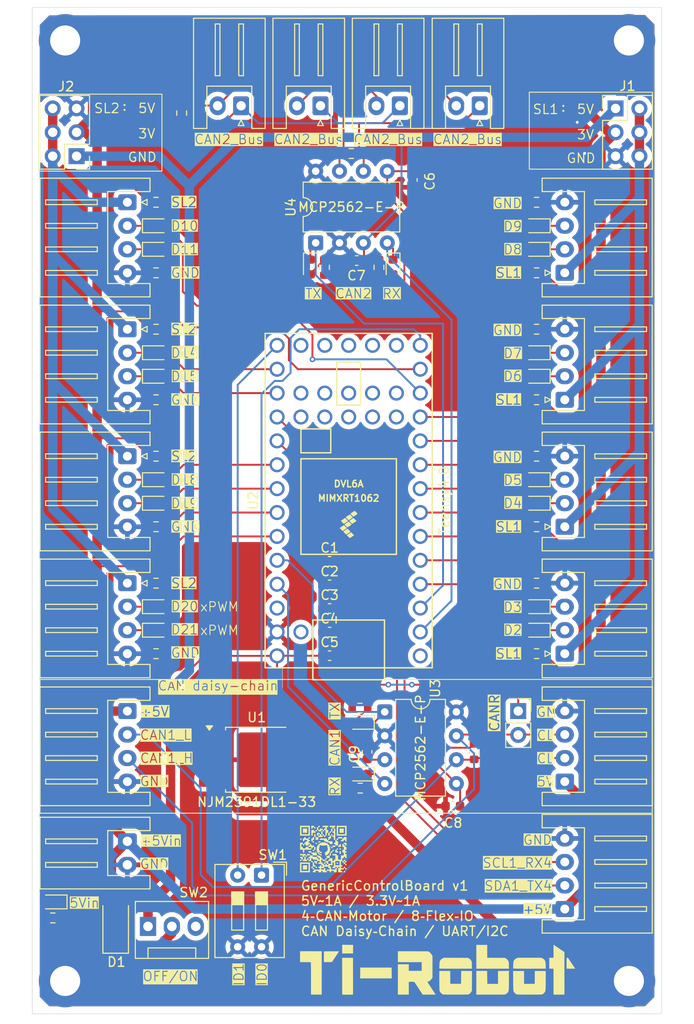
<source format=kicad_pcb>
(kicad_pcb (version 20241229) (generator "pcbnew") (generator_version "9.0")
  (layers (0 "F.Cu" signal) (2 "B.Cu" signal) (13 "F.Paste" user) (15 "B.Paste" user) (5 "F.SilkS" user "F.Silkscreen") (7 "B.SilkS" user "B.Silkscreen") (1 "F.Mask" user) (3 "B.Mask" user) (25 "Edge.Cuts" user))
  (net 0 "")
  (net 1 "D18")
  (net 2 "D15")
  (net 3 "SCL1_RX4")
  (net 4 "+5V")
  (net 5 "D2")
  (net 6 "D3")
  (net 7 "GND")
  (net 8 "+3.3V")
  (net 9 "D6")
  (net 10 "CAN1_TX")
  (net 11 "D4")
  (net 12 "D10")
  (net 13 "D9")
  (net 14 "D14")
  (net 15 "D7")
  (net 16 "CAN1_RX")
  (net 17 "D19")
  (net 18 "D11")
  (net 19 "SDA1_TX4")
  (net 20 "D8")
  (net 21 "D5")
  (net 22 "CAN2_RX")
  (net 23 "CAN2_TX")
  (net 24 "D20")
  (net 25 "D21")
  (net 26 "Net-(D18-A)")
  (net 27 "CAN2_L")
  (net 28 "CAN2_H")
  (net 29 "Net-(D19-A)")
  (net 30 "Net-(D20-A)")
  (net 31 "CAN1_L")
  (net 32 "CAN1_H")
  (net 33 "Net-(D21-A)")
  (net 34 "ID1")
  (net 35 "ID0")
  (net 36 "/IO_Conn_x04_LED/5V{slash}3V{slash}GND")
  (net 37 "Net-(D2-A)")
  (net 38 "Net-(D3-A)")
  (net 39 "Net-(D6-A)")
  (net 40 "Net-(D7-A)")
  (net 41 "Net-(D8-A)")
  (net 42 "Net-(D9-A)")
  (net 43 "Net-(D10-A)")
  (net 44 "Net-(D11-A)")
  (net 45 "Net-(D12-A)")
  (net 46 "Net-(D13-A)")
  (net 47 "Net-(D14-A)")
  (net 48 "Net-(D15-A)")
  (net 49 "Net-(D16-A)")
  (net 50 "Net-(D17-A)")
  (net 51 "/IO_Conn_x04_LED4/5V{slash}3V{slash}GND")
  (net 52 "Net-(J5-Pin_1)")
  (net 71 "VCC")
  (net 72 "Net-(D1-K)")
  (net 73 "Net-(D22-A)")
  (net 75 "Net-(D23-A)")
  (net 76 "Net-(D24-A)")
  (footprint "LED_SMD:LED_0603_1608Metric" (layer "F.Cu") (at 129.715 99.205)
    (property "Reference" "D19" (hide yes))
    (property "Value" "LED")
  )
  (footprint "Connector_JST:JST_XH_S2B-XH-A_1x02_P2.50mm_Horizontal" (layer "F.Cu") (at 164.125 56.945 180)
    (property "Reference" "J6" (hide yes))
    (property "Value" "RMC")
  )
  (footprint "Package_DIP:DIP-8_W7.62mm" (layer "F.Cu") (at 146.66 71.52 90)
    (property "Reference" "U4")
    (property "Value" "MCP2562-E-P")
  )
  (footprint "Capacitor_SMD:C_0603_1608Metric" (layer "F.Cu") (at 151.025 73.4)
    (property "Reference" "C7")
    (property "Value" "0.1u")
  )
  (footprint "Connector_JST:JST_XH_S4B-XH-A_1x04_P2.50mm_Horizontal" (layer "F.Cu") (at 173.175 128.805 90)
    (property "Reference" "J9" (hide yes))
    (property "Value" "CAN1")
  )
  (footprint "LED_SMD:LED_0603_1608Metric" (layer "F.Cu") (at 170.135 85.705 180)
    (property "Reference" "D10" (hide yes))
    (property "Value" "LED")
  )
  (footprint "MountingHole:MountingHole_3.2mm_M3_DIN965_Pad" (layer "F.Cu") (at 180 150)
    (property "Reference" "H4" (hide yes))
    (property "Value" "MountingHole_Pad")
  )
  (footprint "Connector_JST:JST_XH_S4B-XH-A_1x04_P2.50mm_Horizontal" (layer "F.Cu") (at 173.175 74.705 90)
    (property "Reference" "J15" (hide yes))
    (property "Value" "Conn_01x04")
  )
  (footprint "Resistor_SMD:R_0603_1608Metric" (layer "F.Cu") (at 129.675 94.205)
    (property "Reference" "R20" (hide yes))
    (property "Value" "1k")
  )
  (footprint "Connector_JST:JST_XH_S4B-XH-A_1x04_P2.50mm_Horizontal" (layer "F.Cu") (at 173.175 115.205 90)
    (property "Reference" "J12" (hide yes))
    (property "Value" "Conn_01x04")
  )
  (footprint "Connector_JST:JST_XH_S2B-XH-A_1x02_P2.50mm_Horizontal" (layer "F.Cu") (at 147.175 56.945 180)
    (property "Reference" "J10" (hide yes))
    (property "Value" "RMC")
  )
  (footprint "Connector_PinHeader_2.54mm:PinHeader_2x03_P2.54mm_Vertical" (layer "F.Cu") (at 121.215 62.305 180)
    (property "Reference" "J2")
    (property "Value" "Conn_02x03_Counter_Clockwise" (hide yes))
  )
  (footprint "LOGO" (layer "F.Cu") (at 147.486414 135.986935)
    (property "Reference" "G***" (hide yes))
    (property "Value" "LOGO" (hide yes))
  )
  (footprint "Resistor_SMD:R_0603_1608Metric" (layer "F.Cu") (at 129.675 74.705)
    (property "Reference" "R17" (hide yes))
    (property "Value" "1k")
  )
  (footprint "LED_SMD:LED_0603_1608Metric" (layer "F.Cu") (at 118.7125 141.6 180)
    (property "Reference" "D22" (hide yes))
    (property "Value" "LED")
  )
  (footprint "Resistor_SMD:R_0603_1608Metric" (layer "F.Cu") (at 170.175 101.705 180)
    (property "Reference" "R10" (hide yes))
    (property "Value" "1k")
  )
  (footprint "LED_SMD:LED_0603_1608Metric" (layer "F.Cu") (at 170.135 96.705 180)
    (property "Reference" "D9" (hide yes))
    (property "Value" "LED")
  )
  (footprint "Resistor_SMD:R_0603_1608Metric" (layer "F.Cu") (at 153.4 74.125 90)
    (property "Reference" "R2" (hide yes))
    (property "Value" "1k")
  )
  (footprint "LED_SMD:LED_0603_1608Metric" (layer "F.Cu") (at 129.715 83.205)
    (property "Reference" "D16" (hide yes))
    (property "Value" "LED")
  )
  (footprint "LED_SMD:LED_0603_1608Metric" (layer "F.Cu") (at 129.715 96.705)
    (property "Reference" "D18" (hide yes))
    (property "Value" "LED")
  )
  (footprint "Diode_SMD:D_SOD-128" (layer "F.Cu") (at 125.378 143.895 90)
    (property "Reference" "D1")
    (property "Value" "PBR5LAM60ATR" (hide yes))
  )
  (footprint "LED_SMD:LED_0603_1608Metric" (layer "F.Cu") (at 129.715 110.205)
    (property "Reference" "D20" (hide yes))
    (property "Value" "LED")
  )
  (footprint "LED_SMD:LED_0603_1608Metric" (layer "F.Cu") (at 170.135 110.205 180)
    (property "Reference" "D7" (hide yes))
    (property "Value" "LED")
  )
  (footprint "Resistor_SMD:R_0603_1608Metric" (layer "F.Cu") (at 151.4 129.5)
    (property "Reference" "R26" (hide yes))
    (property "Value" "1k")
  )
  (footprint "teensy:Teensy40" (layer "F.Cu") (at 150.175 98.925 90)
    (property "Reference" "U2")
    (property "Value" "Teensy4.0")
  )
  (footprint "Connector_JST:JST_XH_S4B-XH-A_1x04_P2.50mm_Horizontal" (layer "F.Cu") (at 173.175 142.355 90)
    (property "Reference" "J4" (hide yes))
    (property "Value" "UART/I2C" (hide yes))
  )
  (footprint "LED_SMD:LED_0603_1608Metric" (layer "F.Cu") (at 129.715 112.705)
    (property "Reference" "D21" (hide yes))
    (property "Value" "LED")
  )
  (footprint "LED_SMD:LED_0603_1608Metric" (layer "F.Cu") (at 129.715 69.705)
    (property "Reference" "D14" (hide yes))
    (property "Value" "LED" (hide yes))
  )
  (footprint "Resistor_SMD:R_0603_1608Metric" (layer "F.Cu") (at 170.175 74.705 180)
    (property "Reference" "R14" (hide yes))
    (property "Value" "1k")
  )
  (footprint "MountingHole:MountingHole_3.2mm_M3_DIN965_Pad" (layer "F.Cu") (at 120 150)
    (property "Reference" "H3" (hide yes))
    (property "Value" "MountingHole_Pad")
  )
  (footprint "Capacitor_SMD:C_0603_1608Metric" (layer "F.Cu") (at 148.145 110.4)
    (property "Reference" "C3")
    (property "Value" "0.1u")
  )
  (footprint "LED_SMD:LED_0603_1608Metric" (layer "F.Cu") (at 170.135 83.205 180)
    (property "Reference" "D11" (hide yes))
    (property "Value" "LED")
  )
  (footprint "Connector_JST:JST_XH_S2B-XH-A_1x02_P2.50mm_Horizontal" (layer "F.Cu") (at 126.62 135.155 -90)
    (property "Reference" "J3" (hide yes))
    (property "Value" "+5V Vin")
  )
  (footprint "Resistor_SMD:R_0603_1608Metric" (layer "F.Cu") (at 129.675 67.205)
    (property "Reference" "R16" (hide yes))
    (property "Value" "1k")
  )
  (footprint "Button_Switch_THT:SW_DIP_SPSTx02_Slide_9.78x7.26mm_W7.62mm_P2.54mm" (layer "F.Cu") (at 140.9 138.755 -90)
    (property "Reference" "SW1")
    (property "Value" "SW_DIP_x02")
  )
  (footprint "Resistor_SMD:R_0603_1608Metric" (layer "F.Cu") (at 129.675 107.705)
    (property "Reference" "R22" (hide yes))
    (property "Value" "1k")
  )
  (footprint "LED_SMD:LED_0603_1608Metric" (layer "F.Cu") (at 151.4125 122.5 180)
    (property "Reference" "D23" (hide yes))
    (property "Value" "LED")
  )
  (footprint "Package_TO_SOT_SMD:TO-252-2" (layer "F.Cu") (at 140.385 126.48)
    (property "Reference" "U1")
    (property "Value" "NJM2391DL1-33")
  )
  (footprint "Capacitor_SMD:C_0603_1608Metric" (layer "F.Cu") (at 148.145 107.89)
    (property "Reference" "C2")
    (property "Value" "0.1u")
  )
  (footprint "LED_SMD:LED_0603_1608Metric" (layer "F.Cu") (at 129.715 72.205)
    (property "Reference" "D15" (hide yes))
    (property "Value" "LED")
  )
  (footprint "LED_SMD:LED_0603_1608Metric" (layer "F.Cu") (at 170.135 72.205 180)
    (property "Reference" "D12" (hide yes))
    (property "Value" "LED")
  )
  (footprint "Resistor_SMD:R_0603_1608Metric" (layer "F.Cu") (at 170.175 107.705 180)
    (property "Reference" "R9" (hide yes))
    (property "Value" "1k")
  )
  (footprint "Connector_PinSocket_2.54mm:PinSocket_1x02_P2.54mm_Vertical" (layer "F.Cu") (at 168.22 121.305)
    (property "Reference" "J5" (hide yes))
    (property "Value" "CANR")
  )
  (footprint "MountingHole:MountingHole_3.2mm_M3_DIN965_Pad" (layer "F.Cu") (at 180 50)
    (property "Reference" "H2" (hide yes))
    (property "Value" "MountingHole_Pad")
  )
  (footprint "LED_SMD:LED_0603_1608Metric" (layer "F.Cu") (at 170.135 99.205 180)
    (property "Reference" "D8" (hide yes))
    (property "Value" "LED")
  )
  (footprint "Resistor_SMD:R_0603_1608Metric" (layer "F.Cu") (at 129.675 80.705)
    (property "Reference" "R18" (hide yes))
    (property "Value" "1k")
  )
  (footprint "Connector_JST:JST_XH_S4B-XH-A_1x04_P2.50mm_Horizontal" (layer "F.Cu") (at 126.62 67.205 -90)
    (property "Reference" "J16" (hide yes))
    (property "Value" "Conn_01x04")
  )
  (footprint "LED_SMD:LED_0603_1608Metric" (layer "F.Cu") (at 151.4125 128 180)
    (property "Reference" "D24" (hide yes))
    (property "Value" "LED")
  )
  (footprint "Resistor_SMD:R_0603_1608Metric" (layer "F.Cu") (at 129.675 115.205)
    (property "Reference" "R23" (hide yes))
    (property "Value" "1k")
  )
  (footprint "Resistor_SMD:R_0603_1608Metric" (layer "F.Cu") (at 118.6875 143.3 180)
    (property "Reference" "R24" (hide yes))
    (property "Value" "1k")
  )
  (footprint "Resistor_SMD:R_0603_1608Metric" (layer "F.Cu") (at 129.675 88.205)
    (property "Reference" "R19" (hide yes))
    (property "Value" "1k")
  )
  (footprint "Resistor_SMD:R_0603_1608Metric" (layer "F.Cu") (at 132.4 57.725 90)
    (property "Reference" "R5" (hide yes))
    (property "Value" "120")
  )
  (footprint "Resistor_SMD:R_0603_1608Metric" (layer "F.Cu") (at 170.175 115.205 180)
    (property "Reference" "R8" (hide yes))
    (property "Value" "1k")
  )
  (footprint "LOGO" (layer "F.Cu") (at 159.575924 148.886935)
    (property "Reference" "G***" (hide yes))
    (property "Value" "LOGO" (hide yes))
  )
  (footprint "Connector_JST:JST_XH_S4B-XH-A_1x04_P2.50mm_Horizontal" (layer "F.Cu") (at 173.175 88.205 90)
    (property "Reference" "J14" (hide yes))
    (property "Value" "Conn_01x04")
  )
  (footprint "Capacitor_SMD:C_0603_1608Metric" (layer "F.Cu") (at 148.145 115.42)
    (property "Reference" "C5")
    (property "Value" "0.1u")
  )
  (footprint "Resistor_SMD:R_0603_1608Metric" (layer "F.Cu") (at 170.175 67.205 180)
    (property "Reference" "R15" (hide yes))
    (property "Value" "1k")
  )
  (footprint "Capacitor_SMD:C_0603_1608Metric" (layer "F.Cu") (at 152.135 125.64 -90)
    (property "Reference" "C9")
    (property "Value" "0.1u")
  )
  (footprint "Capacitor_SMD:C_0603_1608Metric" (layer "F.Cu") (at 148.145 105.38)
    (property "Reference" "C1")
    (property "Value" "0.1u")
  )
  (footprint "Resistor_SMD:R_0603_1608Metric" (layer "F.Cu") (at 163.535 125.615 90)
    (property "Reference" "R4" (hide yes))
    (property "Value" "120")
  )
  (footprint "LED_SMD:LED_0603_1608Metric" (layer "F.Cu") (at 170.135 112.705 180)
    (property "Reference" "D6" (hide yes))
    (property "Value" "LED")
  )
  (footprint "Resistor_SMD:R_0603_1608Metric" (layer "F.Cu") (at 150.455 62.02 180)
    (property "Reference" "R7" (hide yes))
    (property "Value" "120")
  )
  (footprint "Capacitor_SMD:C_0603_1608Metric" (layer "F.Cu") (at 148.145 112.91)
    (property "Reference" "C4")
    (property "Value" "0.1u")
  )
  (footprint "Connector:FanPinHeader_1x03_P2.54mm_Vertical" (layer "F.Cu") (at 128.818 144.2)
    (property "Reference" "SW2")
    (property "Value" "SW_SPDT")
  )
  (footprint "Capacitor_SMD:C_0603_1608Metric" (layer "F.Cu") (at 156.95 64.835 90)
    (property "Reference" "C6")
    (property "Value" "0.1u")
  )
  (footprint "Resistor_SMD:R_0603_1608Metric" (layer "F.Cu") (at 170.175 88.205 180)
    (property "Reference" "R12" (hide yes))
    (property "Value" "1k")
  )
  (footprint "LED_SMD:LED_0603_1608Metric" (layer "F.Cu") (at 146.1 74.0875 -90)
    (property "Reference" "D2" (hide yes))
    (property "Value" "LED")
  )
  (footprint "LED_SMD:LED_0603_1608Metric" (layer "F.Cu") (at 170.135 69.705 180)
    (property "Reference" "D13" (hide yes))
    (property "Value" "LED")
  )
  (footprint "Connector_JST:JST_XH_S4B-XH-A_1x04_P2.50mm_Horizontal" (layer "F.Cu") (at 126.62 121.305 -90)
    (property "Reference" "J8" (hide yes))
    (property "Value" "CAN1")
  )
  (footprint "Connector_JST:JST_XH_S4B-XH-A_1x04_P2.50mm_Horizontal" (layer "F.Cu") (at 173.175 101.705 90)
    (property "Reference" "J13" (hide yes))
    (property "Value" "Conn_01x04")
  )
  (footprint "Connector_PinHeader_2.54mm:PinHeader_2x03_P2.54mm_Vertical" (layer "F.Cu") (at 178.58 57.225)
    (property "Reference" "J1")
    (property "Value" "Conn_02x03_Counter_Clockwise" (hide yes))
  )
  (footprint "Connector_JST:JST_XH_S2B-XH-A_1x02_P2.50mm_Horizontal" (layer "F.Cu") (at 138.725 56.945 180)
    (property "Reference" "J11" (hide yes))
    (property "Value" "RMC")
  )
  (footprint "Capacitor_SMD:C_0603_1608Metric" (layer "F.Cu") (at 161.26 131.415)
    (property "Reference" "C8")
    (property "Value" "0.1u")
  )
  (footprint "Resistor_SMD:R_0603_1608Metric" (layer "F.Cu") (at 147.6 74.125 90)
    (property "Reference" "R1" (hide yes))
    (property "Value" "1k")
  )
  (footprint "MountingHole:MountingHole_3.2mm_M3_DIN965_Pad" (layer "F.Cu") (at 120 50)
    (property "Reference" "H1" (hide yes))
    (property "Value" "MountingHole_Pad")
  )
  (footprint "Connector_JST:JST_XH_S4B-XH-A_1x04_P2.50mm_Horizontal" (layer "F.Cu") (at 126.62 80.705 -90)
    (property "Reference" "J17" (hide yes))
    (property "Value" "Conn_01x04")
  )
  (footprint "Connector_JST:JST_XH_S2B-XH-A_1x02_P2.50mm_Horizontal" (layer "F.Cu") (at 155.625 56.945 180)
    (property "Reference" "J7" (hide yes))
    (property "Value" "RMC")
  )
  (footprint "Resistor_SMD:R_0603_1608Metric" (layer "F.Cu") (at 170.175 94.205 180)
    (property "Reference" "R11" (hide yes))
    (property "Value" "1k")
  )
  (footprint "Connector_JST:JST_XH_S4B-XH-A_1x04_P2.50mm_Horizontal" (layer "F.Cu") (at 126.62 94.205 -90)
    (property "Reference" "J18" (hide yes))
    (property "Value" "Conn_01x04")
  )
  (footprint "Resistor_SMD:R_0603_1608Metric" (layer "F.Cu") (at 129.675 101.705)
    (property "Reference" "R21" (hide yes))
    (property "Value" "1k")
  )
  (footprint "Resistor_SMD:R_0603_1608Metric" (layer "F.Cu") (at 170.175 80.705 180)
    (property "Reference" "R13" (hide yes))
    (property "Value" "1k")
  )
  (footprint "Connector_JST:JST_XH_S4B-XH-A_1x04_P2.50mm_Horizontal" (layer "F.Cu") (at 126.62 107.705 -90)
    (property "Reference" "J19" (hide yes))
    (property "Value" "Conn_01x04")
  )
  (footprint "Package_DIP:DIP-8_W7.62mm" (layer "F.Cu") (at 154.015 121.395)
    (property "Reference" "U3")
    (property "Value" "MCP2562-E-P")
  )
  (footprint "LED_SMD:LED_0603_1608Metric" (layer "F.Cu") (at 154.9 74.0875 -90)
    (property "Reference" "D3" (hide yes))
    (property "Value" "LED")
  )
  (footprint "Resistor_SMD:R_0603_1608Metric" (layer "F.Cu") (at 151.375 121)
    (property "Reference" "R25" (hide yes))
    (property "Value" "1k")
  )
  (footprint "LED_SMD:LED_0603_1608Metric" (layer "F.Cu") (at 129.715 85.705)
    (property "Reference" "D17" (hide yes))
    (property "Value" "LED")
  )
  (gr_rect (start 117.2 55.7075) (end 130.3 63.8925) (stroke (width 0.1)) (fill no) (layer "F.SilkS"))
  (gr_rect (start 169.4 55.5) (end 182.5 63.685) (stroke (width 0.1)) (fill no) (layer "F.SilkS"))
  (gr_rect (start 117.31 117.945) (end 182.485 132.165) (stroke (width 0.1)) (fill no) (layer "F.SilkS"))
  (gr_rect (start 116.5 46.5) (end 183.5 153.5) (stroke (width 0.05)) (fill no) (layer "Edge.Cuts"))
  (gr_text "GenericControlBoard v1\n5V ~1A / 3.3V ~1A\n4‑CAN‑Motor / 8‑Flex‑IO\nCAN Daisy‑Chain / UART/I2C" (at 145 142.3 0) (layer "F.SilkS") (effects (font (size 1 1)) (justify left)))
  (gr_text "CAN1_H" (at 127.9 126.9 0) (layer "F.SilkS" knockout) (effects (font (size 1 1) (thickness 0.1)) (justify left bottom)))
  (gr_text "D4" (at 166.595238 99.783333 0) (layer "F.SilkS" knockout) (effects (font (size 1 1) (thickness 0.1)) (justify left bottom)))
  (gr_text "GND" (at 127.9 129.362417 0) (layer "F.SilkS" knockout) (effects (font (size 1 1) (thickness 0.1)) (justify left bottom)))
  (gr_text "SCL1_RX4" (at 164.366666 138.041667 0) (layer "F.SilkS" knockout) (effects (font (size 1 1) (thickness 0.1)) (justify left bottom)))
  (gr_text "xPWM" (at 134.3 110.8 0) (layer "F.SilkS") (effects (font (size 1 1) (thickness 0.1)) (justify left bottom)))
  (gr_text "3V" (at 127.7 60.5 0) (layer "F.SilkS") (effects (font (size 1 1) (thickness 0.125)) (justify left bottom)))
  (gr_text "D2" (at 166.595238 113.283333 0) (layer "F.SilkS" knockout) (effects (font (size 1 1) (thickness 0.1)) (justify left bottom)))
  (gr_text "SL1" (at 165.758333 115.8 0) (layer "F.SilkS" knockout) (effects (font (size 1 1) (thickness 0.125)) (justify left bottom)))
  (gr_text "GND" (at 131.2 88.8 0) (layer "F.SilkS" knockout) (effects (font (size 1 1) (thickness 0.1)) (justify left bottom)))
  (gr_text "CAN2_Bus" (at 133.7 61.1 0) (layer "F.SilkS" knockout) (effects (font (size 1 1) (thickness 0.1)) (justify left bottom)))
  (gr_text "CAN2_Bus" (at 159.1 61.1 0) (layer "F.SilkS" knockout) (effects (font (size 1 1) (thickness 0.1)) (justify left bottom)))
  (gr_text "GN" (at 170.1 122 0) (layer "F.SilkS" knockout) (effects (font (size 1 1) (thickness 0.1)) (justify left bottom)))
  (gr_text "SL2：" (at 123 57.8 0) (layer "F.SilkS") (effects (font (size 1 1) (thickness 0.125)) (justify left bottom)))
  (gr_text "RX" (at 149.3 130.4 90) (layer "F.SilkS" knockout) (effects (font (size 1 1) (thickness 0.1)) (justify left bottom)))
  (gr_text "+5Vin" (at 127.9 135.7 0) (layer "F.SilkS" knockout) (effects (font (size 1 1) (thickness 0.1)) (justify left bottom)))
  (gr_text "SL2" (at 131.2 81.3 0) (layer "F.SilkS" knockout) (effects (font (size 1 1) (thickness 0.125)) (justify left bottom)))
  (gr_text "SDA1_TX4" (at 164.557142 140.483333 0) (layer "F.SilkS" knockout) (effects (font (size 1 1) (thickness 0.1)) (justify left bottom)))
  (gr_text "D15" (at 131.2 86.30425 0) (layer "F.SilkS" knockout) (effects (font (size 1 1) (thickness 0.1)) (justify left bottom)))
  (gr_text "ID0" (at 141.535 150.6 90) (layer "F.SilkS" knockout) (effects (font (size 1 1) (thickness 0.1)) (justify left bottom)))
  (gr_text "CAN2" (at 148.7 77.5 0) (layer "F.SilkS" knockout) (effects (font (size 1 1) (thickness 0.1)) (justify left bottom)))
  (gr_text "SL1：" (at 169.7 57.9 0) (layer "F.SilkS") (effects (font (size 1 1) (thickness 0.125)) (justify left bottom)))
  (gr_text "SL2" (at 131.2 108.3 0) (layer "F.SilkS" knockout) (effects (font (size 1 1) (thickness 0.125)) (justify left bottom)))
  (gr_text "GND" (at 165.5 67.9 0) (layer "F.SilkS" knockout) (effects (font (size 1 1) (thickness 0.1)) (justify left bottom)))
  (gr_text "5V" (at 127.7 57.8 0) (layer "F.SilkS") (effects (font (size 1 1) (thickness 0.125)) (justify left bottom)))
  (gr_text "D7" (at 166.595238 83.841667 0) (layer "F.SilkS" knockout) (effects (font (size 1 1) (thickness 0.1)) (justify left bottom)))
  (gr_text "TX" (at 145.5 77.5 0) (layer "F.SilkS" knockout) (effects (font (size 1 1) (thickness 0.1)) (justify left bottom)))
  (gr_text "GND" (at 131.2 75.3 0) (layer "F.SilkS" knockout) (effects (font (size 1 1) (thickness 0.1)) (justify left bottom)))
  (gr_text "GND" (at 165.5 108.4 0) (layer "F.SilkS" knockout) (effects (font (size 1 1) (thickness 0.1)) (justify left bottom)))
  (gr_text "D6" (at 166.595238 86.283333 0) (layer "F.SilkS" knockout) (effects (font (size 1 1) (thickness 0.1)) (justify left bottom)))
  (gr_text "5V" (at 174.4 57.9 0) (layer "F.SilkS") (effects (font (size 1 1) (thickness 0.125)) (justify left bottom)))
  (gr_text "D14" (at 131.2 83.8085 0) (layer "F.SilkS" knockout) (effects (font (size 1 1) (thickness 0.1)) (justify left bottom)))
  (gr_text "+5V" (at 127.9 121.962417 0) (layer "F.SilkS" knockout) (effects (font (size 1 1) (thickness 0.125)) (justify left bottom)))
  (gr_text "D21" (at 131.2 113.237583 0) (layer "F.SilkS" knockout) (effects (font (size 1 1) (thickness 0.1)) (justify left bottom)))
  (gr_text "D11" (at 131.2 72.80425 0) (layer "F.SilkS" knockout) (effects (font (size 1 1) (thickness 0.1)) (justify left bottom)))
  (gr_text "GND" (at 127.9 138.162417 0) (layer "F.SilkS" knockout) (effects (font (size 1 1) (thickness 0.1)) (justify left bottom)))
  (gr_text "D5" (at 166.595238 97.341667 0) (layer "F.SilkS" knockout) (effects (font (size 1 1) (thickness 0.1)) (justify left bottom)))
  (gr_text "D3" (at 166.595238 110.841667 0) (layer "F.SilkS" knockout) (effects (font (size 1 1) (thickness 0.1)) (justify left bottom)))
  (gr_text "GND" (at 168.7 135.6 0) (layer "F.SilkS" knockout) (effects (font (size 1 1) (thickness 0.1)) (justify left bottom)))
  (gr_text "D20" (at 131.2 110.775167 0) (layer "F.SilkS" knockout) (effects (font (size 1 1) (thickness 0.1)) (justify left bottom)))
  (gr_text "SL1" (at 165.758333 88.8 0) (layer "F.SilkS" knockout) (effects (font (size 1 1) (thickness 0.125)) (justify left bottom)))
  (gr_text "SL1" (at 165.758333 102.3 0) (layer "F.SilkS" knockout) (effects (font (size 1 1) (thickness 0.125)) (justify left bottom)))
  (gr_text "CL" (at 170.138095 126.933333 0) (layer "F.SilkS" knockout) (effects (font (size 1 1) (thickness 0.1)) (justify left bottom)))
  (gr_text "SL2" (at 131.2 94.8 0) (layer "F.SilkS" knockout) (effects (font (size 1 1) (thickness 0.125)) (justify left bottom)))
  (gr_text "D19" (at 131.2 99.80425 0) (layer "F.SilkS" knockout) (effects (font (size 1 1) (thickness 0.1)) (justify left bottom)))
  (gr_text "CAN2_Bus" (at 142.166667 61.1 0) (layer "F.SilkS" knockout) (effects (font (size 1 1) (thickness 0.1)) (justify left bottom)))
  (gr_text "xPWM" (at 134.3 113.3 0) (layer "F.SilkS") (effects (font (size 1 1) (thickness 0.1)) (justify left bottom)))
  (gr_text "5V" (at 170.138095 129.4 0) (layer "F.SilkS" knockout) (effects (font (size 1 1) (thickness 0.1)) (justify left bottom)))
  (gr_text "OFF/ON" (at 128.2 150.1 0) (layer "F.SilkS" knockout) (effects (font (size 1 1) (thickness 0.1)) (justify left bottom)))
  (gr_text "CL" (at 170.138095 124.466667 0) (layer "F.SilkS" knockout) (effects (font (size 1 1) (thickness 0.1)) (justify left bottom)))
  (gr_text "SL1" (at 165.758333 75.3 0) (layer "F.SilkS" knockout) (effects (font (size 1 1) (thickness 0.125)) (justify left bottom)))
  (gr_text "CAN daisy-chain" (at 129.8 119.2 0) (layer "F.SilkS" knockout) (effects (font (size 1 1) (thickness 0.1)) (justify left bottom)))
  (gr_text "CAN2_Bus" (at 150.633333 61.1 0) (layer "F.SilkS" knockout) (effects (font (size 1 1) (thickness 0.1)) (justify left bottom)))
  (gr_text "SL2" (at 131.2 67.8 0) (layer "F.SilkS" knockout) (effects (font (size 1 1) (thickness 0.125)) (justify left bottom)))
  (gr_text "D8" (at 166.595238 72.812583 0) (layer "F.SilkS" knockout) (effects (font (size 1 1) (thickness 0.1)) (justify left bottom)))
  (gr_text "GND" (at 173.3 63.1 0) (layer "F.SilkS") (effects (font (size 1 1) (thickness 0.125)) (justify left bottom)))
  (gr_text "GND" (at 126.6 63 0) (layer "F.SilkS") (effects (font (size 1 1) (thickness 0.125)) (justify left bottom)))
  (gr_text "GND" (at 131.2 102.3 0) (layer "F.SilkS" knockout) (effects (font (size 1 1) (thickness 0.1)) (justify left bottom)))
  (gr_text "CAN1_L" (at 127.9 124.437584 0) (layer "F.SilkS" knockout) (effects (font (size 1 1) (thickness 0.1)) (justify left bottom)))
  (gr_text "GND" (at 131.2 115.7 0) (layer "F.SilkS" knockout) (effects (font (size 1 1) (thickness 0.1)) (justify left bottom)))
  (gr_text "3V" (at 174.4 60.6 0) (layer "F.SilkS") (effects (font (size 1 1) (thickness 0.125)) (justify left bottom)))
  (gr_text "TX" (at 149.3 122.2 90) (layer "F.SilkS" knockout) (effects (font (size 1 1) (thickness 0.1)) (justify left bottom)))
  (gr_text "+5V" (at 168.625 143 0) (layer "F.SilkS" knockout) (effects (font (size 1 1) (thickness 0.125)) (justify left bottom)))
  (gr_text "D18" (at 131.2 97.3085 0) (layer "F.SilkS" knockout) (effects (font (size 1 1) (thickness 0.1)) (justify left bottom)))
  (gr_text "D10" (at 131.2 70.3085 0) (layer "F.SilkS" knockout) (effects (font (size 1 1) (thickness 0.1)) (justify left bottom)))
  (gr_text "GND" (at 165.5 81.4 0) (layer "F.SilkS" knockout) (effects (font (size 1 1) (thickness 0.1)) (justify left bottom)))
  (gr_text "5Vin" (at 120.4 142.3 0) (layer "F.SilkS" knockout) (effects (font (size 1 1) (thickness 0.1)) (justify left bottom)))
  (gr_text "ID1" (at 139.072583 150.6 90) (layer "F.SilkS" knockout) (effects (font (size 1 1) (thickness 0.1)) (justify left bottom)))
  (gr_text "CAN1" (at 149.3 127.2 90) (layer "F.SilkS" knockout) (effects (font (size 1 1) (thickness 0.1)) (justify left bottom)))
  (gr_text "GND" (at 165.5 94.9 0) (layer "F.SilkS" knockout) (effects (font (size 1 1) (thickness 0.1)) (justify left bottom)))
  (gr_text "RX" (at 153.7 77.5 0) (layer "F.SilkS" knockout) (effects (font (size 1 1) (thickness 0.1)) (justify left bottom)))
  (gr_text "D9" (at 166.595238 70.356292 0) (layer "F.SilkS" knockout) (effects (font (size 1 1) (thickness 0.1)) (justify left bottom)))
  (segment (start 132.63 95.115) (end 132.62 95.105) (width 0.2) (layer "F.Cu") (net 1))
  (segment (start 129.725 97.505) (end 128.925 96.705) (width 0.2) (layer "F.Cu") (net 1))
  (segment (start 131.42 96.305) (end 131.42 97.405) (width 0.2) (layer "F.Cu") (net 1))
  (segment (start 131.42 97.405) (end 131.32 97.505) (width 0.2) (layer "F.Cu") (net 1))
  (segment (start 132.62 95.105) (end 131.42 96.305) (width 0.2) (layer "F.Cu") (net 1))
  (segment (start 142.555 95.115) (end 132.63 95.115) (width 0.2) (layer "F.Cu") (net 1))
  (segment (start 126.62 96.705) (end 128.925 96.705) (width 0.2) (layer "F.Cu") (net 1))
  (segment (start 131.32 97.505) (end 129.725 97.505) (width 0.2) (layer "F.Cu") (net 1))
  (segment (start 131.32 86.205) (end 132.61 87.495) (width 0.2) (layer "F.Cu") (net 2))
  (segment (start 131.32 85.3089) (end 131.32 86.205) (width 0.2) (layer "F.Cu") (net 2))
  (segment (start 126.62 85.705) (end 128.925 85.705) (width 0.2) (layer "F.Cu") (net 2))
  (segment (start 132.61 87.495) (end 132.63 87.495) (width 0.2) (layer "F.Cu") (net 2))
  (segment (start 132.63 87.495) (end 132.62 87.505) (width 0.2) (layer "F.Cu") (net 2))
  (segment (start 130.8161 84.805) (end 131.32 85.3089) (width 0.2) (layer "F.Cu") (net 2))
  (segment (start 129.825 84.805) (end 130.8161 84.805) (width 0.2) (layer "F.Cu") (net 2))
  (segment (start 142.555 87.495) (end 132.63 87.495) (width 0.2) (layer "F.Cu") (net 2))
  (segment (start 128.925 85.705) (end 129.825 84.805) (width 0.2) (layer "F.Cu") (net 2))
  (segment (start 156.12 129.605) (end 156.12 103.6) (width 0.2) (layer "F.Cu") (net 3))
  (segment (start 156.12 103.6) (end 142.555 90.035) (width 0.2) (layer "F.Cu") (net 3))
  (segment (start 173.175 137.355) (end 163.87 137.355) (width 0.2) (layer "F.Cu") (net 3))
  (segment (start 163.87 137.355) (end 156.12 129.605) (width 0.2) (layer "F.Cu") (net 3))
  (segment (start 142.555 119.94) (end 142.555 115.435) (width 0.2) (layer "F.Cu") (net 4))
  (segment (start 142.555 115.435) (end 134.79 115.435) (width 0.2) (layer "F.Cu") (net 4))
  (segment (start 131.22 124.2) (end 135.345 124.2) (width 1) (layer "F.Cu") (net 4))
  (segment (start 142.575 115.415) (end 142.555 115.435) (width 0.2) (layer "F.Cu") (net 4))
  (segment (start 152.135 126.415) (end 149.03 126.415) (width 0.2) (layer "F.Cu") (net 4))
  (segment (start 131.22 124.2) (end 131.22 119.005) (width 1) (layer "F.Cu") (net 4))
  (segment (start 147.37 107.89) (end 147.37 110.4) (width 0.2) (layer "F.Cu") (net 4))
  (segment (start 149.03 126.415) (end 142.555 119.94) (width 0.2) (layer "F.Cu") (net 4))
  (segment (start 131.22 139.625) (end 128.818 142.027) (width 1) (layer "F.Cu") (net 4))
  (segment (start 152.195 126.475) (end 152.135 126.415) (width 0.2) (layer "F.Cu") (net 4))
  (segment (start 142.57 115.42) (end 142.555 115.435) (width 0.2) (layer "F.Cu") (net 4))
  (segment (start 151.74 71.52) (end 151.27 71.99) (width 0.2) (layer "F.Cu") (net 4))
  (segment (start 128.818 142.027) (end 128.818 144.2) (width 1) (layer "F.Cu") (net 4))
  (segment (start 147.37 115.42) (end 142.57 115.42) (width 0.2) (layer "F.Cu") (net 4))
  (segment (start 151.8 73.4) (end 151.8 71.58) (width 0.2) (layer "F.Cu") (net 4))
  (segment (start 147.37 115.42) (end 147.37 112.91) (width 0.2) (layer "F.Cu") (net 4))
  (segment (start 134.79 115.435) (end 132.22 118.005) (width 0.2) (layer "F.Cu") (net 4))
  (segment (start 131.22 119.005) (end 132.22 118.005) (width 1) (layer "F.Cu") (net 4))
  (segment (start 131.22 124.2) (end 131.22 139.625) (width 1) (layer "F.Cu") (net 4))
  (segment (start 147.37 105.38) (end 147.37 107.89) (width 0.2) (layer "F.Cu") (net 4))
  (segment (start 147.37 110.4) (end 147.37 112.91) (width 0.2) (layer "F.Cu") (net 4))
  (segment (start 154.015 126.475) (end 152.195 126.475) (width 0.2) (layer "F.Cu") (net 4))
  (segment (start 151.8 71.58) (end 151.74 71.52) (width 0.2) (layer "F.Cu") (net 4))
  (via (at 132.22 118.005) (size 0.6) (drill 0.3) (layers "F.Cu" "B.Cu") (net 4))
  (segment (start 130.02 62.305) (end 132.12 64.405) (width 1) (layer "B.Cu") (net 4))
  (segment (start 132.22 118.005) (end 133.22 117.005) (width 1) (layer "B.Cu") (net 4))
  (segment (start 133.22 117.005) (end 133.22 65.505) (width 1) (layer "B.Cu") (net 4))
  (segment (start 155.8 67.46) (end 155.8 60.3) (width 0.2) (layer "B.Cu") (net 4))
  (segment (start 121.215 62.305) (end 130.02 62.305) (width 1) (layer "B.Cu") (net 4))
  (segment (start 151.74 71.52) (end 155.8 67.46) (width 0.2) (layer "B.Cu") (net 4))
  (segment (start 155.8 60.3) (end 166.72 60.3) (width 1) (layer "B.Cu") (net 4))
  (segment (start 166.92 60.3) (end 175.505 60.3) (width 1) (layer "B.Cu") (net 4))
  (segment (start 133.22 65.405) (end 138.325 60.3) (width 1) (layer "B.Cu") (net 4))
  (segment (start 175.505 60.3) (end 178.58 57.225) (width 1) (layer "B.Cu") (net 4))
  (segment (start 133.22 65.505) (end 132.12 64.405) (width 1) (layer "B.Cu") (net 4))
  (segment (start 133.22 65.505) (end 133.22 65.405) (width 1) (layer "B.Cu") (net 4))
  (segment (start 138.325 60.3) (end 155.8 60.3) (width 1) (layer "B.Cu") (net 4))
  (segment (start 170.9625 112.6475) (end 170.9625 112.705) (width 0.2) (layer "F.Cu") (net 5))
  (segment (start 168.82 111.805) (end 170.12 111.805) (width 0.2) (layer "F.Cu") (net 5))
  (segment (start 167.43 107.815) (end 167.82 108.205) (width 0.2) (layer "F.Cu") (net 5))
  (segment (start 167.82 108.205) (end 167.82 110.805) (width 0.2) (layer "F.Cu") (net 5))
  (segment (start 167.82 110.805) (end 168.82 111.805) (width 0.2) (layer "F.Cu") (net 5))
  (segment (start 170.12 111.805) (end 170.9625 112.6475) (width 0.2) (layer "F.Cu") (net 5))
  (segment (start 157.795 107.815) (end 167.43 107.815) (width 0.2) (layer "F.Cu") (net 5))
  (segment (start 173.175 112.705) (end 170.9625 112.705) (width 0.2) (layer "F.Cu") (net 5))
  (segment (start 173.175 110.205) (end 170.9625 110.205) (width 0.2) (layer "F.Cu") (net 6))
  (segment (start 167.59 105.275) (end 157.795 105.275) (width 0.2) (layer "F.Cu") (net 6))
  (segment (start 170.0675 111.1) (end 168.8 111.1) (width 0.2) (layer "F.Cu") (net 6))
  (segment (start 168.42 106.105) (end 167.59 105.275) (width 0.2) (layer "F.Cu") (net 6))
  (segment (start 170.9625 110.205) (end 170.0675 111.1) (width 0.2) (layer "F.Cu") (net 6))
  (segment (start 168.42 110.72) (end 168.42 106.105) (width 0.2) (layer "F.Cu") (net 6))
  (segment (start 168.8 111.1) (end 168.42 110.72) (width 0.2) (layer "F.Cu") (net 6))
  (segment (start 152.135 124.865) (end 153.085 124.865) (width 0.2) (layer "F.Cu") (net 7))
  (segment (start 149.2 71.52) (end 150.25 72.57) (width 0.2) (layer "F.Cu") (net 7))
  (segment (start 148.92 110.4) (end 148.92 107.89) (width 0.2) (layer "F.Cu") (net 7))
  (segment (start 150.25 72.57) (end 150.25 73.4) (width 0.2) (layer "F.Cu") (net 7))
  (segment (start 148.92 110.4) (end 148.92 112.91) (width 0.2) (layer "F.Cu") (net 7))
  (segment (start 148.92 115.42) (end 148.92 112.91) (width 0.2) (layer "F.Cu") (net 7))
  (segment (start 153.085 124.865) (end 154.015 123.935) (width 0.2) (layer "F.Cu") (net 7))
  (segment (start 148.92 105.38) (end 148.92 107.89) (width 0.2) (layer "F.Cu") (net 7))
  (via (at 175.3 62) (size 0.6) (drill 0.3) (layers "F.Cu" "B.Cu") (net 7))
  (via (at 174.5 58.7) (size 0.6) (drill 0.3) (layers "F.Cu" "B.Cu") (net 7))
  (segment (start 171 101.705) (end 172.8 103.505) (width 0.2) (layer "F.Cu") (net 8))
  (segment (start 172.745 78.905) (end 177.024 78.905) (width 0.2) (layer "F.Cu") (net 8))
  (segment (start 171 67.205) (end 173 65.205) (width 0.2) (layer "F.Cu") (net 8))
  (segment (start 177.029 61.316) (end 177.029 65.3) (width 1) (layer "F.Cu") (net 8))
  (segment (start 138.485 131.9) (end 135.345 128.76) (width 1) (layer "F.Cu") (net 8))
  (segment (start 177.029 92.4) (end 177.029 103.5) (width 1) (layer "F.Cu") (net 8))
  (segment (start 177.029 76.6) (end 177.029 78.9) (width 1) (layer "F.Cu") (net 8))
  (segment (start 156.9 118.5) (end 161.9 118.5) (width 0.2) (layer "F.Cu") (net 8))
  (segment (start 121.215 59.765) (end 122.165 59.765) (width 1) (layer "F.Cu") (net 8))
  (segment (start 123.405 105.905) (end 123.4 105.9) (width 0.2) (layer "F.Cu") (net 8))
  (segment (start 127.05 65.405) (end 123.405 65.405) (width 0.2) (layer "F.Cu") (net 8))
  (segment (start 123.4 65.4) (end 123.4 76.6) (width 1) (layer "F.Cu") (net 8))
  (segment (start 172.9 105.805) (end 176.834 105.805) (width 0.2) (layer "F.Cu") (net 8))
  (segment (start 178.58 59.765) (end 177.865 59.765) (width 1) (layer "F.Cu") (net 8))
  (segment (start 177.029 90.1) (end 177.029 92.4) (width 1) (layer "F.Cu") (net 8))
  (segment (start 123.4 76.6) (end 123.4 78.8) (width 1) (layer "F.Cu") (net 8))
  (segment (start 177.024 78.905) (end 177.029 78.9) (width 0.2) (layer "F.Cu") (net 8))
  (segment (start 177.865 59.765) (end 170.3 52.2) (width 1) (layer "F.Cu") (net 8))
  (segment (start 154.28 63.9) (end 156.79 63.9) (width 0.2) (layer "F.Cu") (net 8))
  (segment (start 171 115.205) (end 172.8 117.005) (width 0.2) (layer "F.Cu") (net 8))
  (segment (start 176.934 65.205) (end 177.029 65.3) (width 0.2) (layer "F.Cu") (net 8))
  (segment (start 177.024 76.605) (end 177.029 76.6) (width 0.2) (layer "F.Cu") (net 8))
  (segment (start 171.305 118.5) (end 172.8 117.005) (width 0.2) (layer "F.Cu") (net 8))
  (segment (start 171 94.205) (end 172.9 92.305) (width 0.2) (layer "F.Cu") (net 8))
  (segment (start 128.925 101.705) (end 127.125 103.505) (width 0.2) (layer "F.Cu") (net 8))
  (segment (start 153.05 118.5) (end 154.4 118.5) (width 0.2) (layer "F.Cu") (net 8))
  (segment (start 154.28 66.48) (end 154.28 63.9) (width 0.2) (layer "F.Cu") (net 8))
  (segment (start 127.125 76.505) (end 123.495 76.505) (width 0.2) (layer "F.Cu") (net 8))
  (segment (start 173 65.205) (end 174 65.205) (width 0.2) (layer "F.Cu") (net 8))
  (segment (start 162.035 131.415) (end 162.035 129.415) (width 0.2) (layer "F.Cu") (net 8))
  (segment (start 128.925 88.205) (end 127.125 90.005) (width 0.2) (layer "F.Cu") (net 8))
  (segment (start 123.4 89.9) (end 123.4 92.3) (width 1) (layer "F.Cu") (net 8))
  (segment (start 172.745 90.005) (end 176.934 90.005) (width 0.2) (layer "F.Cu") (net 8))
  (segment (start 177.024 103.505) (end 177.029 103.5) (width 0.2) (layer "F.Cu") (net 8))
  (segment (start 123.4 103.6) (end 123.4 105.9) (width 1) (layer "F.Cu") (net 8))
  (segment (start 162.035 129.415) (end 161.635 129.015) (width 0.2) (layer "F.Cu") (net 8))
  (segment (start 128.925 115.205) (end 125.825 118.305) (width 0.2) (layer "F.Cu") (net 8))
  (segment (start 161.635 129.015) (end 159.24 126.62) (width 0.2) (layer "F.Cu") (net 8))
  (segment (start 127.125 103.505) (end 123.495 103.505) (width 0.2) (layer "F.Cu") (net 8))
  (segment (start 122.165 59.765) (end 123.4 61) (width 1) (layer "F.Cu") (net 8))
  (segment (start 177.029 103.5) (end 177.029 106) (width 1) (layer "F.Cu") (net 8))
  (segment (start 176.255 144.645) (end 166.545 144.645) (width 1) (layer "F.Cu") (net 8))
  (segment (start 174 65.205) (end 176.934 65.205) (width 0.2) (layer "F.Cu") (net 8))
  (segment (start 161.66 118.5) (end 161.9 118.5) (width 0.2) (layer "F.Cu") (net 8))
  (segment (start 153.8 131.9) (end 152 131.9) (width 1) (layer "F.Cu") (net 8))
  (segment (start 128.925 80.705) (end 127.025 78.805) (width 0.2) (layer "F.Cu") (net 8))
  (segment (start 123.405 92.305) (end 123.4 92.3) (width 0.2) (layer "F.Cu") (net 8))
  (segment (start 172.8 103.505) (end 177.024 103.505) (width 0.2) (layer "F.Cu") (net 8))
  (segment (start 153.4 74.95) (end 154.35 75.9) (width 0.2) (layer "F.Cu") (net 8))
  (segment (start 150.55 121) (end 153.05 118.5) (width 0.2) (layer "F.Cu") (net 8))
  (segment (start 123.4 61) (end 123.4 65.4) (width 1) (layer "F.Cu") (net 8))
  (segment (start 123.405 65.405) (end 123.4 65.4) (width 0.2) (layer "F.Cu") (net 8))
  (segment (start 128.925 94.205) (end 127.025 92.305) (width 0.2) (layer "F.Cu") (net 8))
  (segment (start 128.85 67.205) (end 127.05 65.405) (width 0.2) (layer "F.Cu") (net 8))
  (segment (start 123.4 92.3) (end 123.4 103.6) (width 1) (layer "F.Cu") (net 8))
  (segment (start 170.3 52.2) (end 126.725 52.2) (width 1) (layer "F.Cu") (net 8))
  (segment (start 177.029 65.3) (end 177.029 76.6) (width 1) (layer "F.Cu") (net 8))
  (segment (start 159.24 120.92) (end 161.66 118.5) (width 0.2) (layer "F.Cu") (net 8))
  (segment (start 150.55 130.45) (end 152 131.9) (width 0.2) (layer "F.Cu") (net 8))
  (segment (start 177.029 143.871) (end 176.255 144.645) (width 1) (layer "F.Cu") (net 8))
  (segment (start 177.029 78.9) (end 177.029 90.1) (width 1) (layer "F.Cu") (net 8))
  (segment (start 159.24 126.62) (end 159.24 120.92) (width 0.2) (layer "F.Cu") (net 8))
  (segment (start 127.125 105.905) (end 123.405 105.905) (width 0.2) (layer "F.Cu") (net 8))
  (segment (start 170.945 88.205) (end 172.745 90.005) (width 0.2) (layer "F.Cu") (net 8))
  (segment (start 172.9 105.805) (end 171 107.705) (width 0.2) (layer "F.Cu") (net 8))
  (segment (start 153.4 74.95) (end 147.6 74.95) (width 0.2) (layer "F.Cu") (net 8))
  (segment (start 166.545 144.645) (end 153.8 131.9) (width 1) (layer "F.Cu") (net 8))
  (segment (start 154.35 75.9) (end 156.1 75.9) (width 0.2) (layer "F.Cu") (net 8))
  (segment (start 123.495 76.505) (end 123.4 76.6) (width 0.2) (layer "F.Cu") (net 8))
  (segment (start 128.925 107.705) (end 127.125 105.905) (width 0.2) (layer "F.Cu") (net 8))
  (segment (start 156.1 68.3) (end 154.28 66.48) (width 0.2) (layer "F.Cu") (net 8))
  (segment (start 123.505 90.005) (end 123.4 89.9) (width 0.2) (layer "F.Cu") (net 8))
  (segment (start 176.834 105.805) (end 177.029 106) (width 0.2) (layer "F.Cu") (net 8))
  (segment (start 171 74.705) (end 172.9 76.605) (width 0.2) (layer "F.Cu") (net 8))
  (segment (start 123.405 78.805) (end 123.4 78.8) (width 0.2) (layer "F.Cu") (net 8))
  (segment (start 123.4 78.8) (end 123.4 89.9) (width 1) (layer "F.Cu") (net 8))
  (segment (start 172.9 92.305) (end 176.934 92.305) (width 0.2) (layer "F.Cu") (net 8))
  (segment (start 156.1 75.9) (end 156.1 68.3) (width 0.2) (layer "F.Cu") (net 8))
  (segment (start 161.9 118.5) (end 171.305 118.5) (width 0.2) (layer "F.Cu") (net 8))
  (segment (start 150.55 129.5) (end 150.55 130.45) (width 0.2) (layer "F.Cu") (net 8))
  (segment (start 127.125 90.005) (end 123.505 90.005) (width 0.2) (layer "F.Cu") (net 8))
  (segment (start 154.61 63.57) (end 154.28 63.9) (width 0.2) (layer "F.Cu") (net 8))
  (segment (start 176.934 90.005) (end 177.029 90.1) (width 0.2) (layer "F.Cu") (net 8))
  (segment (start 127.025 78.805) (end 123.405 78.805) (width 0.2) (layer "F.Cu") (net 8))
  (segment (start 127.025 92.305) (end 123.405 92.305) (width 0.2) (layer "F.Cu") (net 8))
  (segment (start 176.934 117.005) (end 177.029 117.1) (width 0.2) (layer "F.Cu") (net 8))
  (segment (start 123.4 105.9) (end 123.4 118.305) (width 1) (layer "F.Cu") (net 8))
  (segment (start 172.8 117.005) (end 176.934 117.005) (width 0.2) (layer "F.Cu") (net 8))
  (segment (start 126.725 52.2) (end 122.92 56.005) (width 1) (layer "F.Cu") (net 8))
  (segment (start 122.92 58.06) (end 122.92 56.005) (width 1) (layer "F.Cu") (net 8))
  (segment (start 173 65.205) (end 171.855 64.06) (width 0.2) (layer "F.Cu") (net 8))
  (segment (start 176.934 92.305) (end 177.029 92.4) (width 0.2) (layer "F.Cu") (net 8))
  (segment (start 156.79 63.9) (end 156.95 64.06) (width 0.2) (layer "F.Cu") (net 8))
  (segment (start 178.58 59.765) (end 177.029 61.316) (width 1) (layer "F.Cu") (net 8))
  (segment (start 171.855 64.06) (end 156.95 64.06) (width 0.2) (layer "F.Cu") (net 8))
  (segment (start 177.029 117.1) (end 177.029 143.871) (width 1) (layer "F.Cu") (net 8))
  (segment (start 170.945 80.705) (end 172.745 78.905) (width 0.2) (layer "F.Cu") (net 8))
  (segment (start 172.9 76.605) (end 177.024 76.605) (width 0.2) (layer "F.Cu") (net 8))
  (segment (start 121.215 59.765) (end 122.92 58.06) (width 1) (layer "F.Cu") (net 8))
  (segment (start 177.029 106) (end 177.029 117.1) (width 1) (layer "F.Cu") (net 8))
  (segment (start 128.925 74.705) (end 127.125 76.505) (width 0.2) (layer "F.Cu") (net 8))
  (segment (start 123.495 103.505) (end 123.4 103.6) (width 0.2) (layer "F.Cu") (net 8))
  (segment (start 152 131.9) (end 138.485 131.9) (width 1) (layer "F.Cu") (net 8))
  (segment (start 172.2 66.005) (end 173 65.205) (width 0.2) (layer "F.Cu") (net 8))
  (segment (start 125.825 118.305) (end 123.4 118.305) (width 0.2) (layer "F.Cu") (net 8))
  (via (at 154.4 118.5) (size 0.6) (drill 0.3) (layers "F.Cu" "B.Cu") (net 8))
  (via (at 156.9 118.5) (size 0.6) (drill 0.3) (layers "F.Cu" "B.Cu") (net 8))
  (segment (start 154.4 118.5) (end 156.9 118.5) (width 0.2) (layer "B.Cu") (net 8))
  (segment (start 170.9075 85.705) (end 173.175 85.705) (width 0.2) (layer "F.Cu") (net 9))
  (segment (start 168.52 85.3014) (end 168.52 95.805) (width 0.2) (layer "F.Cu") (net 9))
  (segment (start 166.67 97.655) (end 157.795 97.655) (width 0.2) (layer "F.Cu") (net 9))
  (segment (start 170.9075 85.705) (end 170.1315 84.929) (width 0.2) (layer "F.Cu") (net 9))
  (segment (start 170.1315 84.929) (end 168.8924 84.929) (width 0.2) (layer "F.Cu") (net 9))
  (segment (start 168.8924 84.929) (end 168.52 85.3014) (width 0.2) (layer "F.Cu") (net 9))
  (segment (start 168.52 95.805) (end 166.67 97.655) (width 0.2) (layer "F.Cu") (net 9))
  (segment (start 170.5486 85.705) (end 170.9075 85.705) (width 0.2) (layer "F.Cu") (net 9))
  (segment (start 152.2 122.5) (end 152.91 122.5) (width 0.2) (layer "F.Cu") (net 10))
  (segment (start 152.91 122.5) (end 154.015 121.395) (width 0.2) (layer "F.Cu") (net 10))
  (segment (start 154.015 121.395) (end 149.955 121.395) (width 0.2) (layer "B.Cu") (net 10))
  (segment (start 143.7 105.275) (end 142.555 105.275) (width 0.2) (layer "B.Cu") (net 10))
  (segment (start 146.35 107.925) (end 143.7 105.275) (width 0.2) (layer "B.Cu") (net 10))
  (segment (start 149.955 121.395) (end 146.35 117.79) (width 0.2) (layer "B.Cu") (net 10))
  (segment (start 146.35 117.79) (end 146.35 107.925) (width 0.2) (layer "B.Cu") (net 10))
  (segment (start 170.9625 99.205) (end 173.175 99.205) (width 0.2) (layer "F.Cu") (net 11))
  (segment (start 167.130936 102.735) (end 168.4 101.465936) (width 0.2) (layer "F.Cu") (net 11))
  (segment (start 157.795 102.735) (end 167.130936 102.735) (width 0.2) (layer "F.Cu") (net 11))
  (segment (start 168.8 98.2) (end 169.9575 98.2) (width 0.2) (layer "F.Cu") (net 11))
  (segment (start 169.9575 98.2) (end 170.9625 99.205) (width 0.2) (layer "F.Cu") (net 11))
  (segment (start 168.4 101.465936) (end 168.4 98.6) (width 0.2) (layer "F.Cu") (net 11))
  (segment (start 168.4 98.6) (end 168.8 98.2) (width 0.2) (layer "F.Cu") (net 11))
  (segment (start 129.725 70.505) (end 128.925 69.705) (width 0.2) (layer "F.Cu") (net 12))
  (segment (start 146.32 81.297001) (end 143.227999 78.205) (width 0.2) (layer "F.Cu") (net 12))
  (segment (start 132.52 71.605) (end 132.52 76.705) (width 0.2) (layer "F.Cu") (net 12))
  (segment (start 132.52 76.705) (end 134.02 78.205) (width 0.2) (layer "F.Cu") (net 12))
  (segment (start 126.62 69.705) (end 128.925 69.705) (width 0.2) (layer "F.Cu") (net 12))
  (segment (start 131.42 70.505) (end 129.725 70.505) (width 0.2) (layer "F.Cu") (net 12))
  (segment (start 132.52 71.605) (end 131.42 70.505) (width 0.2) (layer "F.Cu") (net 12))
  (segment (start 143.227999 78.205) (end 134.02 78.205) (width 0.2) (layer "F.Cu") (net 12))
  (segment (start 146.32 83.905) (end 146.32 81.297001) (width 0.2) (layer "F.Cu") (net 12))
  (via (at 146.32 83.905) (size 0.6) (drill 0.3) (layers "F.Cu" "B.Cu") (net 12))
  (segment (start 154.205 83.905) (end 157.795 87.495) (width 0.2) (layer "B.Cu") (net 12))
  (segment (start 146.32 83.905) (end 154.205 83.905) (width 0.2) (layer "B.Cu") (net 12))
  (segment (start 166.09 90.035) (end 157.795 90.035) (width 0.2) (layer "F.Cu") (net 13))
  (segment (start 170.2 70.505) (end 168.52 70.505) (width 0.2) (layer "F.Cu") (net 13))
  (segment (start 168.52 70.505) (end 166.52 72.505) (width 0.2) (layer "F.Cu") (net 13))
  (segment (start 166.52 72.505) (end 166.52 89.605) (width 0.2) (layer "F.Cu") (net 13))
  (segment (start 171 69.705) (end 170.2 70.505) (width 0.2) (layer "F.Cu") (net 13))
  (segment (start 166.52 89.605) (end 166.09 90.035) (width 0.2) (layer "F.Cu") (net 13))
  (segment (start 173.175 69.705) (end 171 69.705) (width 0.2) (layer "F.Cu") (net 13))
  (segment (start 126.62 83.205) (end 128.925 83.205) (width 0.2) (layer "F.Cu") (net 14))
  (segment (start 142.555 84.955) (end 132.67 84.955) (width 0.2) (layer "F.Cu") (net 14))
  (segment (start 132.67 84.955) (end 131.696 83.981) (width 0.2) (layer "F.Cu") (net 14))
  (segment (start 129.701 83.981) (end 128.925 83.205) (width 0.2) (layer "F.Cu") (net 14))
  (segment (start 131.696 83.981) (end 129.701 83.981) (width 0.2) (layer "F.Cu") (net 14))
  (segment (start 168.444 83.981) (end 167.92 84.505) (width 0.2) (layer "F.Cu") (net 15))
  (segment (start 167.92 93.705) (end 166.51 95.115) (width 0.2) (layer "F.Cu") (net 15))
  (segment (start 170.1315 83.981) (end 168.444 83.981) (width 0.2) (layer "F.Cu") (net 15))
  (segment (start 173.175 83.205) (end 170.9075 83.205) (width 0.2) (layer "F.Cu") (net 15))
  (segment (start 167.92 84.505) (end 167.92 93.705) (width 0.2) (layer "F.Cu") (net 15))
  (segment (start 166.51 95.115) (end 157.795 95.115) (width 0.2) (layer "F.Cu") (net 15))
  (segment (start 170.9075 83.205) (end 170.1315 83.981) (width 0.2) (layer "F.Cu") (net 15))
  (segment (start 153 128) (end 154.015 129.015) (width 0.2) (layer "F.Cu") (net 16))
  (segment (start 152.2 128) (end 153 128) (width 0.2) (layer "F.Cu") (net 16))
  (segment (start 143.72 108.98) (end 142.555 107.815) (width 0.2) (layer "B.Cu") (net 16))
  (segment (start 154.015 129.015) (end 143.72 118.72) (width 0.2) (layer "B.Cu") (net 16))
  (segment (start 143.72 118.72) (end 143.72 108.98) (width 0.2) (layer "B.Cu") (net 16))
  (segment (start 129.725 98.405) (end 128.925 99.205) (width 0.2) (layer "F.Cu") (net 17))
  (segment (start 129.725 98.405) (end 131.82 98.405) (width 0.2) (layer "F.Cu") (net 17))
  (segment (start 126.62 99.205) (end 128.925 99.205) (width 0.2) (layer "F.Cu") (net 17))
  (segment (start 131.82 98.405) (end 132.57 97.655) (width 0.2) (layer "F.Cu") (net 17))
  (segment (start 142.555 97.655) (end 132.57 97.655) (width 0.2) (layer "F.Cu") (net 17))
  (segment (start 132.72 80.505) (end 131.72 79.505) (width 0.2) (layer "F.Cu") (net 18))
  (segment (start 131.72 79.505) (end 131.72 72.2089) (width 0.2) (layer "F.Cu") (net 18))
  (segment (start 131.72 72.2089) (end 130.9401 71.429) (width 0.2) (layer "F.Cu") (net 18))
  (segment (start 126.62 72.205) (end 128.925 72.205) (width 0.2) (layer "F.Cu") (net 18))
  (segment (start 129.701 71.429) (end 128.925 72.205) (width 0.2) (layer "F.Cu") (net 18))
  (segment (start 142.62 80.505) (end 132.72 80.505) (width 0.2) (layer "F.Cu") (net 18))
  (segment (start 130.9401 71.429) (end 129.701 71.429) (width 0.2) (layer "F.Cu") (net 18))
  (segment (start 143.811636 83.996636) (end 143.811636 81.696636) (width 0.2) (layer "F.Cu") (net 18))
  (segment (start 143.811636 81.696636) (end 142.62 80.505) (width 0.2) (layer "F.Cu") (net 18))
  (segment (start 144.77 84.955) (end 143.811636 83.996636) (width 0.2) (layer "F.Cu") (net 18))
  (segment (start 157.795 84.955) (end 144.77 84.955) (width 0.2) (layer "F.Cu") (net 18))
  (segment (start 173.175 139.855) (end 165.07 139.855) (width 0.2) (layer "F.Cu") (net 19))
  (segment (start 155.32 105.34) (end 142.555 92.575) (width 0.2) (layer "F.Cu") (net 19))
  (segment (start 155.32 130.105) (end 155.32 105.34) (width 0.2) (layer "F.Cu") (net 19))
  (segment (start 165.07 139.855) (end 155.32 130.105) (width 0.2) (layer "F.Cu") (net 19))
  (segment (start 169 71.2) (end 169.995 71.2) (width 0.2) (layer "F.Cu") (net 20))
  (segment (start 167.22 72.98) (end 169 71.2) (width 0.2) (layer "F.Cu") (net 20))
  (segment (start 157.795 92.575) (end 166.59 92.575) (width 0.2) (layer "F.Cu") (net 20))
  (segment (start 169.995 71.2) (end 171 72.205) (width 0.2) (layer "F.Cu") (net 20))
  (segment (start 167.22 92.005) (end 167.22 72.98) (width 0.2) (layer "F.Cu") (net 20))
  (segment (start 166.62 92.605) (end 167.22 92.005) (width 0.2) (layer "F.Cu") (net 20))
  (segment (start 173.175 72.205) (end 171 72.205) (width 0.2) (layer "F.Cu") (net 20))
  (segment (start 166.59 92.575) (end 166.62 92.605) (width 0.2) (layer "F.Cu") (net 20))
  (segment (start 171 72.205) (end 170.660936 72.205) (width 0.2) (layer "F.Cu") (net 20))
  (segment (start 169.9625 97.705) (end 168.62 97.705) (width 0.2) (layer "F.Cu") (net 21))
  (segment (start 167.82 99.305) (end 166.93 100.195) (width 0.2) (layer "F.Cu") (net 21))
  (segment (start 170.9625 96.705) (end 169.9625 97.705) (width 0.2) (layer "F.Cu") (net 21))
  (segment (start 173.175 96.705) (end 170.9625 96.705) (width 0.2) (layer "F.Cu") (net 21))
  (segment (start 167.82 98.505) (end 167.82 99.305) (width 0.2) (layer "F.Cu") (net 21))
  (segment (start 170.6036 96.705) (end 170.9625 96.705) (width 0.2) (layer "F.Cu") (net 21))
  (segment (start 168.62 97.705) (end 167.82 98.505) (width 0.2) (layer "F.Cu") (net 21))
  (segment (start 166.93 100.195) (end 157.795 100.195) (width 0.2) (layer "F.Cu") (net 21))
  (segment (start 154.9 73.3) (end 154.9 72.14) (width 0.2) (layer "F.Cu") (net 22))
  (segment (start 154.9 72.14) (end 154.28 71.52) (width 0.2) (layer "F.Cu") (net 22))
  (segment (start 161.12 79.7) (end 161.12 109.605) (width 0.2) (layer "B.Cu") (net 22))
  (segment (start 161.085 109.605) (end 157.795 112.895) (width 0.2) (layer "B.Cu") (net 22))
  (segment (start 154.28 72.86) (end 154.28 71.52) (width 0.2) (layer "B.Cu") (net 22))
  (segment (start 161.12 109.605) (end 161.085 109.605) (width 0.2) (layer "B.Cu") (net 22))
  (segment (start 161.12 79.7) (end 154.28 72.86) (width 0.2) (layer "B.Cu") (net 22))
  (segment (start 146.1 72.08) (end 146.66 71.52) (width 0.2) (layer "F.Cu") (net 23))
  (segment (start 146.1 73.3) (end 146.1 72.08) (width 0.2) (layer "F.Cu") (net 23))
  (segment (start 151.82 80.105) (end 146.66 74.945) (width 0.2) (layer "B.Cu") (net 23))
  (segment (start 157.795 110.355) (end 160.22 107.93) (width 0.2) (layer "B.Cu") (net 23))
  (segment (start 160.22 80.105) (end 151.82 80.105) (width 0.2) (layer "B.Cu") (net 23))
  (segment (start 160.22 107.93) (end 160.22 80.105) (width 0.2) (layer "B.Cu") (net 23))
  (segment (start 146.66 74.945) (end 146.66 71.52) (width 0.2) (layer "B.Cu") (net 23))
  (segment (start 129.725 111.005) (end 130.9161 111.005) (width 0.2) (layer "F.Cu") (net 24))
  (segment (start 128.925 110.205) (end 129.725 111.005) (width 0.2) (layer "F.Cu") (net 24))
  (segment (start 131.42 110.5011) (end 131.42 101.405) (width 0.2) (layer "F.Cu") (net 24))
  (segment (start 132.63 100.195) (end 142.555 100.195) (width 0.2) (layer "F.Cu") (net 24))
  (segment (start 130.9161 111.005) (end 131.42 110.5011) (width 0.2) (layer "F.Cu") (net 24))
  (segment (start 131.42 101.405) (end 132.63 100.195) (width 0.2) (layer "F.Cu") (net 24))
  (segment (start 128.925 110.205) (end 129.2839 110.205) (width 0.2) (layer "F.Cu") (net 24))
  (segment (start 126.62 110.205) (end 128.925 110.205) (width 0.2) (layer "F.Cu") (net 24))
  (segment (start 129.701 111.929) (end 128.925 112.705) (width 0.2) (layer "F.Cu") (net 25))
  (segment (start 126.62 112.705) (end 128.925 112.705) (width 0.2) (layer "F.Cu") (net 25))
  (segment (start 130.896 111.929) (end 129.701 111.929) (width 0.2) (layer "F.Cu") (net 25))
  (segment (start 131.82 111.005) (end 130.896 111.929) (width 0.2) (layer "F.Cu") (net 25))
  (segment (start 131.82 103.505) (end 131.82 111.005) (width 0.2) (layer "F.Cu") (net 25))
  (segment (start 132.59 102.735) (end 131.82 103.505) (width 0.2) (layer "F.Cu") (net 25))
  (segment (start 142.555 102.735) (end 132.59 102.735) (width 0.2) (layer "F.Cu") (net 25))
  (segment (start 130.575 94.205) (end 130.575 96.63) (width 0.2) (layer "F.Cu") (net 26))
  (segment (start 130.575 96.63) (end 130.5 96.705) (width 0.2) (layer "F.Cu") (net 26))
  (segment (start 151.28 58.79) (end 152.7 58.79) (width 0.2) (layer "F.Cu") (net 27))
  (segment (start 164.125 56.945) (end 162.28 58.79) (width 0.2) (layer "F.Cu") (net 27))
  (segment (start 151.77 62.51) (end 151.77 63.87) (width 0.2) (layer "F.Cu") (net 27))
  (segment (start 137.12 58.55) (end 132.4 58.55) (width 0.2) (layer "F.Cu") (net 27))
  (segment (start 153.78 58.79) (end 155.625 56.945) (width 0.2) (layer "F.Cu") (net 27))
  (segment (start 151.28 62.02) (end 151.28 58.79) (width 0.2) (layer "F.Cu") (net 27))
  (segment (start 138.725 56.945) (end 137.12 58.55) (width 0.2) (layer "F.Cu") (net 27))
  (segment (start 151.28 62.02) (end 151.77 62.51) (width 0.2) (layer "F.Cu") (net 27))
  (segment (start 162.28 58.79) (end 152.7 58.79) (width 0.2) (layer "F.Cu") (net 27))
  (segment (start 151.77 63.87) (end 151.74 63.9) (width 0.2) (layer "F.Cu") (net 27))
  (segment (start 152.7 58.79) (end 153.78 58.79) (width 0.2) (layer "F.Cu") (net 27))
  (segment (start 150.6 58.8) (end 149.03 58.8) (width 0.2) (layer "B.Cu") (net 27))
  (segment (start 155.625 56.945) (end 153.77 58.8) (width 0.2) (layer "B.Cu") (net 27))
  (segment (start 149.03 58.8) (end 147.175 56.945) (width 0.2) (layer "B.Cu") (net 27))
  (segment (start 153.77 58.8) (end 150.6 58.8) (width 0.2) (layer "B.Cu") (net 27))
  (segment (start 138.725 56.945) (end 140.58 58.8) (width 0.2) (layer "B.Cu") (net 27))
  (segment (start 140.58 58.8) (end 150.6 58.8) (width 0.2) (layer "B.Cu") (net 27))
  (segment (start 150.92 54.8) (end 151.03 54.91) (width 0.2) (layer "F.Cu") (net 28))
  (segment (start 152 54.8) (end 151.14 54.8) (width 0.2) (layer "F.Cu") (net 28))
  (segment (start 138.37 54.8) (end 147.5 54.8) (width 0.2) (layer "F.Cu") (net 28))
  (segment (start 161.625 56.945) (end 159.48 54.8) (width 0.2) (layer "F.Cu") (net 28))
  (segment (start 152.72 57.205) (end 153.48 57.205) (width 0.2) (layer "F.Cu") (net 28))
  (segment (start 136.18 56.9) (end 136.225 56.945) (width 0.2) (layer "F.Cu") (net 28))
  (segment (start 136.2 56.92) (end 136.225 56.945) (width 0.2) (layer "F.Cu") (net 28))
  (segment (start 153.125 55.925) (end 152 54.8) (width 0.2) (layer "F.Cu") (net 28))
  (segment (start 149.2 62.45) (end 149.63 62.02) (width 0.2) (layer "F.Cu") (net 28))
  (segment (start 132.29 56.92) (end 136.2 56.92) (width 0.2) (layer "F.Cu") (net 28))
  (segment (start 147.5 54.8) (end 149.32 54.8) (width 0.2) (layer "F.Cu") (net 28))
  (segment (start 153.48 54.8) (end 153.3 54.8) (width 0.2) (layer "F.Cu") (net 28))
  (segment (start 146.82 54.8) (end 147.5 54.8) (width 0.2) (layer "F.Cu") (net 28))
  (segment (start 149.63 56.31) (end 151.03 54.91) (width 0.2) (layer "F.Cu") (net 28))
  (segment (start 153.125 56.945) (end 153.125 55.925) (width 0.2) (layer "F.Cu") (net 28))
  (segment (start 144.675 56.945) (end 146.82 54.8) (width 0.2) (layer "F.Cu") (net 28))
  (segment (start 149.63 62.02) (end 149.63 56.31) (width 0.2) (layer "F.Cu") (net 28))
  (segment (start 151.14 54.8) (end 151.03 54.91) (width 0.2) (layer "F.Cu") (net 28))
  (segment (start 152.9 54.8) (end 152 54.8) (width 0.2) (layer "F.Cu") (net 28))
  (segment (start 159.48 54.8) (end 152.9 54.8) (width 0.2) (layer "F.Cu") (net 28))
  (segment (start 153.3 54.8) (end 152.9 54.8) (width 0.2) (layer "F.Cu") (net 28))
  (segment (start 149.2 63.9) (end 149.2 62.45) (width 0.2) (layer "F.Cu") (net 28))
  (segment (start 149.32 54.8) (end 150.92 54.8) (width 0.2) (layer "F.Cu") (net 28))
  (segment (start 136.225 56.945) (end 138.37 54.8) (width 0.2) (layer "F.Cu") (net 28))
  (segment (start 130.575 101.705) (end 130.575 99.28) (width 0.2) (layer "F.Cu") (net 29))
  (segment (start 130.575 99.28) (end 130.5 99.205) (width 0.2) (layer "F.Cu") (net 29))
  (segment (start 130.575 110.13) (end 130.5 110.205) (width 0.2) (layer "F.Cu") (net 30))
  (segment (start 130.575 107.705) (end 130.575 110.13) (width 0.2) (layer "F.Cu") (net 30))
  (segment (start 173.175 126.305) (end 173.04 126.44) (width 0.2) (layer "F.Cu") (net 31))
  (segment (start 163.67 126.305) (end 163.535 126.44) (width 0.2) (layer "F.Cu") (net 31))
  (segment (start 163.5 126.475) (end 163.535 126.44) (width 0.2) (layer "F.Cu") (net 31))
  (segment (start 163.5225 126.4525) (end 163.535 126.44) (width 0.2) (layer "F.Cu") (net 31))
  (segment (start 161.635 126.475) (end 163.5 126.475) (width 0.2) (layer "F.Cu") (net 31))
  (segment (start 173.175 126.305) (end 163.67 126.305) (width 0.2) (layer "F.Cu") (net 31))
  (segment (start 128.72 123.805) (end 126.62 123.805) (width 0.2) (layer "B.Cu") (net 31))
  (segment (start 135.72 140.005) (end 148.105 140.005) (width 0.2) (layer "B.Cu") (net 31))
  (segment (start 134.42 138.705) (end 134.42 129.505) (width 0.2) (layer "B.Cu") (net 31))
  (segment (start 135.72 140.005) (end 134.42 138.705) (width 0.2) (layer "B.Cu") (net 31))
  (segment (start 134.42 129.505) (end 128.72 123.805) (width 0.2) (layer "B.Cu") (net 31))
  (segment (start 148.105 140.005) (end 161.635 126.475) (width 0.2) (layer "B.Cu") (net 31))
  (segment (start 163.5225 123.8025) (end 163.52 123.805) (width 0.2) (layer "F.Cu") (net 32))
  (segment (start 168.42 123.805) (end 173.175 123.805) (width 0.2) (layer "F.Cu") (net 32))
  (segment (start 163.52 123.805) (end 161.765 123.805) (width 0.2) (layer "F.Cu") (net 32))
  (segment (start 168.42 123.805) (end 163.52 123.805) (width 0.2) (layer "F.Cu") (net 32))
  (segment (start 161.765 123.805) (end 161.635 123.935) (width 0.2) (layer "F.Cu") (net 32))
  (segment (start 133.52 139.905) (end 134.52 140.905) (width 0.2) (layer "B.Cu") (net 32))
  (segment (start 163.52 125.82) (end 161.635 123.935) (width 0.2) (layer "B.Cu") (net 32))
  (segment (start 133.52 133.205) (end 133.52 139.905) (width 0.2) (layer "B.Cu") (net 32))
  (segment (start 126.62 126.305) (end 133.52 133.205) (width 0.2) (layer "B.Cu") (net 32))
  (segment (start 163.52 129.605) (end 163.52 125.82) (width 0.2) (layer "B.Cu") (net 32))
  (segment (start 134.52 140.905) (end 152.22 140.905) (width 0.2) (layer "B.Cu") (net 32))
  (segment (start 152.22 140.905) (end 163.52 129.605) (width 0.2) (layer "B.Cu") (net 32))
  (segment (start 130.5 112.705) (end 130.5 115.13) (width 0.2) (layer "F.Cu") (net 33))
  (segment (start 130.5 115.13) (end 130.575 115.205) (width 0.2) (layer "F.Cu") (net 33))
  (segment (start 138.36 138.755) (end 138.36 86.61) (width 0.2) (layer "B.Cu") (net 34))
  (segment (start 138.36 86.61) (end 142.555 82.415) (width 0.2) (layer "B.Cu") (net 34))
  (segment (start 157.795 81.38) (end 157.795 82.415) (width 0.2) (layer "B.Cu") (net 35))
  (segment (start 157.12 80.705) (end 157.795 81.38) (width 0.2) (layer "B.Cu") (net 35))
  (segment (start 140.9 87.59295) (end 142.28795 86.205) (width 0.2) (layer "B.Cu") (net 35))
  (segment (start 143.12 86.205) (end 143.994 85.331) (width 0.2) (layer "B.Cu") (net 35))
  (segment (start 142.28795 86.205) (end 143.12 86.205) (width 0.2) (layer "B.Cu") (net 35))
  (segment (start 144.92 80.705) (end 157.12 80.705) (width 0.2) (layer "B.Cu") (net 35))
  (segment (start 143.994 85.331) (end 143.994 81.631) (width 0.2) (layer "B.Cu") (net 35))
  (segment (start 143.994 81.631) (end 144.92 80.705) (width 0.2) (layer "B.Cu") (net 35))
  (segment (start 140.9 138.755) (end 140.9 87.59295) (width 0.2) (layer "B.Cu") (net 35))
  (segment (start 181.12 57.225) (end 181.12 59.765) (width 1) (layer "F.Cu") (net 36))
  (segment (start 181.12 62.305) (end 181.12 59.765) (width 1) (layer "F.Cu") (net 36))
  (segment (start 181.12 74.905) (end 181.12 80.26) (width 1) (layer "B.Cu") (net 36))
  (segment (start 181.12 88.205) (end 181.12 107.26) (width 1) (layer "B.Cu") (net 36))
  (segment (start 181.12 74.905) (end 181.12 88.205) (width 1) (layer "B.Cu") (net 36))
  (segment (start 181.12 80.26) (end 173.175 88.205) (width 1) (layer "B.Cu") (net 36))
  (segment (start 181.12 65.905) (end 181.12 66.76) (width 1) (layer "B.Cu") (net 36))
  (segment (start 181.12 88.205) (end 181.12 93.76) (width 1) (layer "B.Cu") (net 36))
  (segment (start 181.12 107.26) (end 173.175 115.205) (width 1) (layer "B.Cu") (net 36))
  (segment (start 181.12 65.905) (end 181.12 74.905) (width 1) (layer "B.Cu") (net 36))
  (segment (start 181.12 62.305) (end 181.12 65.905) (width 1) (layer "B.Cu") (net 36))
  (segment (start 181.12 66.76) (end 173.175 74.705) (width 1) (layer "B.Cu") (net 36))
  (segment (start 181.12 93.76) (end 173.175 101.705) (width 1) (layer "B.Cu") (net 36))
  (segment (start 146.1 74.875) (end 146.1 74.8) (width 0.2) (layer "F.Cu") (net 37))
  (segment (start 146.1 74.8) (end 147.6 73.3) (width 0.2) (layer "F.Cu") (net 37))
  (segment (start 153.4 73.375) (end 154.9 74.875) (width 0.2) (layer "F.Cu") (net 38))
  (segment (start 153.4 73.3) (end 153.4 73.375) (width 0.2) (layer "F.Cu") (net 38))
  (segment (start 169.3875 115.1675) (end 169.35 115.205) (width 0.2) (layer "F.Cu") (net 39))
  (segment (start 169.3875 112.705) (end 169.3875 115.1675) (width 0.2) (layer "F.Cu") (net 39))
  (segment (start 169.3875 107.7425) (end 169.35 107.705) (width 0.2) (layer "F.Cu") (net 40))
  (segment (start 169.3875 110.205) (end 169.3875 107.7425) (width 0.2) (layer "F.Cu") (net 40))
  (segment (start 169.35 99.2425) (end 169.3875 99.205) (width 0.2) (layer "F.Cu") (net 41))
  (segment (start 169.35 101.705) (end 169.35 99.2425) (width 0.2) (layer "F.Cu") (net 41))
  (segment (start 169.35 96.6675) (end 169.3875 96.705) (width 0.2) (layer "F.Cu") (net 42))
  (segment (start 169.35 94.205) (end 169.35 96.6675) (width 0.2) (layer "F.Cu") (net 42))
  (segment (start 169.3325 85.705) (end 169.3325 88.1675) (width 0.2) (layer "F.Cu") (net 43))
  (segment (start 169.3325 88.1675) (end 169.295 88.205) (width 0.2) (layer "F.Cu") (net 43))
  (segment (start 169.3325 83.205) (end 169.3325 80.7425) (width 0.2) (layer "F.Cu") (net 44))
  (segment (start 169.3325 80.7425) (end 169.295 80.705) (width 0.2) (layer "F.Cu") (net 44))
  (segment (start 169.425 72.205) (end 169.425 74.63) (width 0.2) (layer "F.Cu") (net 45))
  (segment (start 169.425 74.63) (end 169.35 74.705) (width 0.2) (layer "F.Cu") (net 45))
  (segment (start 169.35 67.205) (end 169.35 69.63) (width 0.2) (layer "F.Cu") (net 46))
  (segment (start 169.35 69.63) (end 169.425 69.705) (width 0.2) (layer "F.Cu") (net 46))
  (segment (start 130.5 69.705) (end 130.5 67.205) (width 0.2) (layer "F.Cu") (net 47))
  (segment (start 130.5 74.63) (end 130.575 74.705) (width 0.2) (layer "F.Cu") (net 48))
  (segment (start 130.5 72.205) (end 130.5 74.63) (width 0.2) (layer "F.Cu") (net 48))
  (segment (start 130.5 83.205) (end 130.5 80.78) (width 0.2) (layer "F.Cu") (net 49))
  (segment (start 130.5 80.78) (end 130.575 80.705) (width 0.2) (layer "F.Cu") (net 49))
  (segment (start 130.5 88.13) (end 130.575 88.205) (width 0.2) (layer "F.Cu") (net 50))
  (segment (start 130.5 85.705) (end 130.5 88.13) (width 0.2) (layer "F.Cu") (net 50))
  (segment (start 118.675 59.765) (end 118.675 62.305) (width 1) (layer "F.Cu") (net 51))
  (segment (start 118.675 57.225) (end 118.675 59.765) (width 1) (layer "F.Cu") (net 51))
  (segment (start 118.675 62.305) (end 118.675 63.507081) (width 1) (layer "B.Cu") (net 51))
  (segment (start 118.675 63.507081) (end 122.372919 67.205) (width 1) (layer "B.Cu") (net 51))
  (segment (start 118.675 72.76) (end 126.62 80.705) (width 1) (layer "B.Cu") (net 51))
  (segment (start 118.675 86.26) (end 126.62 94.205) (width 1) (layer "B.Cu") (net 51))
  (segment (start 118.675 72.605) (end 118.675 73.705) (width 1) (layer "B.Cu") (net 51))
  (segment (start 118.675 73.705) (end 118.675 99.76) (width 1) (layer "B.Cu") (net 51))
  (segment (start 122.372919 67.205) (end 126.62 67.205) (width 1) (layer "B.Cu") (net 51))
  (segment (start 118.675 62.305) (end 118.675 72.605) (width 1) (layer "B.Cu") (net 51))
  (segment (start 118.675 73.705) (end 118.675 86.26) (width 1) (layer "B.Cu") (net 51))
  (segment (start 118.675 99.76) (end 126.62 107.705) (width 1) (layer "B.Cu") (net 51))
  (segment (start 118.675 72.605) (end 118.675 72.76) (width 1) (layer "B.Cu") (net 51))
  (segment (start 163.535 124.79) (end 163.12 125.205) (width 0.2) (layer "F.Cu") (net 52))
  (segment (start 159.82 124.405) (end 159.82 121.105) (width 0.2) (layer "F.Cu") (net 52))
  (segment (start 160.62 125.205) (end 159.82 124.405) (width 0.2) (layer "F.Cu") (net 52))
  (segment (start 168.22 119.905) (end 168.22 121.305) (width 0.2) (layer "F.Cu") (net 52))
  (segment (start 163.12 125.205) (end 160.62 125.205) (width 0.2) (layer "F.Cu") (net 52))
  (segment (start 159.82 121.105) (end 161.92 119.005) (width 0.2) (layer "F.Cu") (net 52))
  (segment (start 167.32 119.005) (end 168.22 119.905) (width 0.2) (layer "F.Cu") (net 52))
  (segment (start 161.92 119.005) (end 167.32 119.005) (width 0.2) (layer "F.Cu") (net 52))
  (segment (start 175.3 140.23) (end 175.3 130.93) (width 1) (layer "F.Cu") (net 71))
  (segment (start 126.62 121.305) (end 123.72 121.305) (width 1) (layer "F.Cu") (net 71))
  (segment (start 123.62 132.155) (end 126.62 135.155) (width 1) (layer "F.Cu") (net 71))
  (segment (start 124.919 136.856) (end 124.919 141.236) (width 1) (layer "F.Cu") (net 71))
  (segment (start 123.62 121.205) (end 123.62 132.155) (width 1) (layer "F.Cu") (net 71))
  (segment (start 124.919 141.236) (end 125.378 141.695) (width 1) (layer "F.Cu") (net 71))
  (segment (start 175.3 130.93) (end 173.175 128.805) (width 1) (layer "F.Cu") (net 71))
  (segment (start 123.72 121.305) (end 123.62 121.205) (width 1) (layer "F.Cu") (net 71))
  (segment (start 173.175 142.355) (end 175.3 140.23) (width 1) (layer "F.Cu") (net 71))
  (segment (start 126.62 135.155) (end 124.919 136.856) (width 1) (layer "F.Cu") (net 71))
  (segment (start 133.82 142.355) (end 173.175 142.355) (width 1) (layer "B.Cu") (net 71))
  (segment (start 126.62 135.155) (end 133.82 142.355) (width 1) (layer "B.Cu") (net 71))
  (segment (start 119.5125 143.3) (end 122.583 143.3) (width 0.2) (layer "F.Cu") (net 72))
  (segment (start 131.358 144.942) (end 129.5 146.8) (width 1) (layer "F.Cu") (net 72))
  (segment (start 122.583 143.3) (end 125.378 146.095) (width 0.2) (layer "F.Cu") (net 72))
  (segment (start 126.883 146.8) (end 126.178 146.095) (width 1) (layer "F.Cu") (net 72))
  (segment (start 129.5 146.8) (end 126.883 146.8) (width 1) (layer "F.Cu") (net 72))
  (segment (start 126.178 146.095) (end 125.378 146.095) (width 1) (layer "F.Cu") (net 72))
  (segment (start 131.358 144.2) (end 131.358 144.942) (width 1) (layer "F.Cu") (net 72))
  (segment (start 117.8625 141.6625) (end 117.925 141.6) (width 0.2) (layer "F.Cu") (net 73))
  (segment (start 117.8625 143.3) (end 117.8625 141.6625) (width 0.2) (layer "F.Cu") (net 73))
  (segment (start 152.2 121) (end 150.7 122.5) (width 0.2) (layer "F.Cu") (net 75))
  (segment (start 150.7 122.5) (end 150.625 122.5) (width 0.2) (layer "F.Cu") (net 75))
  (segment (start 150.7 128) (end 150.625 128) (width 0.2) (layer "F.Cu") (net 76))
  (segment (start 152.2 129.5) (end 150.7 128) (width 0.2) (layer "F.Cu") (net 76))
  (zone (net 7) (net_name "GND") (layers "F.Cu" "B.Cu") (connect_pads (clearance 0.5)) (min_thickness 0.25) (fill yes (thermal_gap 0.5) (thermal_bridge_width 0.5) (smoothing chamfer) (radius 1))
    (polygon (pts (xy 117.3 47.34) (xy 182.72 47.29) (xy 182.71 152.7) (xy 117.3 152.7)))
  )
)
</source>
